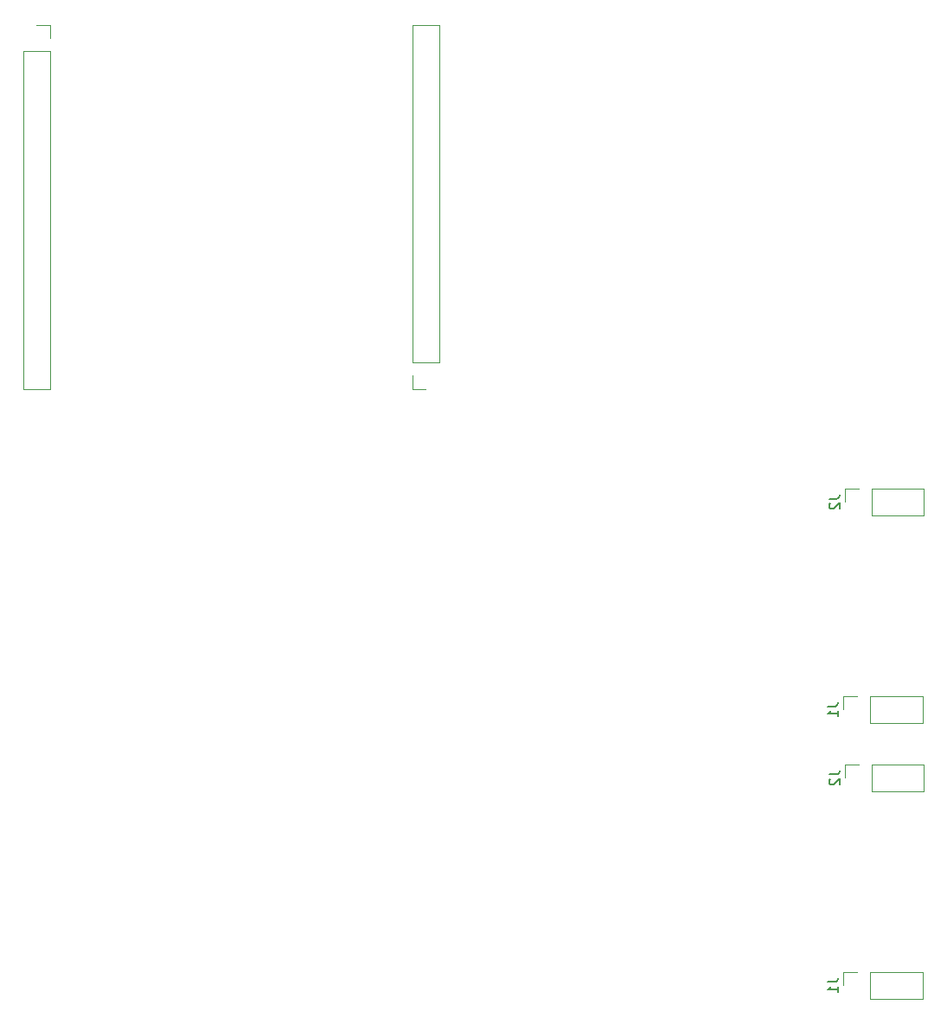
<source format=gbr>
%TF.GenerationSoftware,KiCad,Pcbnew,8.0.2*%
%TF.CreationDate,2024-05-05T14:46:41+02:00*%
%TF.ProjectId,Panelizacja,50616e65-6c69-47a6-9163-6a612e6b6963,rev?*%
%TF.SameCoordinates,Original*%
%TF.FileFunction,Legend,Bot*%
%TF.FilePolarity,Positive*%
%FSLAX46Y46*%
G04 Gerber Fmt 4.6, Leading zero omitted, Abs format (unit mm)*
G04 Created by KiCad (PCBNEW 8.0.2) date 2024-05-05 14:46:41*
%MOMM*%
%LPD*%
G01*
G04 APERTURE LIST*
%ADD10C,0.160000*%
%ADD11C,0.120000*%
G04 APERTURE END LIST*
D10*
X95531299Y-94986666D02*
X96245584Y-94986666D01*
X96245584Y-94986666D02*
X96388441Y-94939047D01*
X96388441Y-94939047D02*
X96483680Y-94843809D01*
X96483680Y-94843809D02*
X96531299Y-94700952D01*
X96531299Y-94700952D02*
X96531299Y-94605714D01*
X95626537Y-95415238D02*
X95578918Y-95462857D01*
X95578918Y-95462857D02*
X95531299Y-95558095D01*
X95531299Y-95558095D02*
X95531299Y-95796190D01*
X95531299Y-95796190D02*
X95578918Y-95891428D01*
X95578918Y-95891428D02*
X95626537Y-95939047D01*
X95626537Y-95939047D02*
X95721775Y-95986666D01*
X95721775Y-95986666D02*
X95817013Y-95986666D01*
X95817013Y-95986666D02*
X95959870Y-95939047D01*
X95959870Y-95939047D02*
X96531299Y-95367619D01*
X96531299Y-95367619D02*
X96531299Y-95986666D01*
X95404299Y-88306666D02*
X96118584Y-88306666D01*
X96118584Y-88306666D02*
X96261441Y-88259047D01*
X96261441Y-88259047D02*
X96356680Y-88163809D01*
X96356680Y-88163809D02*
X96404299Y-88020952D01*
X96404299Y-88020952D02*
X96404299Y-87925714D01*
X96404299Y-89306666D02*
X96404299Y-88735238D01*
X96404299Y-89020952D02*
X95404299Y-89020952D01*
X95404299Y-89020952D02*
X95547156Y-88925714D01*
X95547156Y-88925714D02*
X95642394Y-88830476D01*
X95642394Y-88830476D02*
X95690013Y-88735238D01*
X95404299Y-115306666D02*
X96118584Y-115306666D01*
X96118584Y-115306666D02*
X96261441Y-115259047D01*
X96261441Y-115259047D02*
X96356680Y-115163809D01*
X96356680Y-115163809D02*
X96404299Y-115020952D01*
X96404299Y-115020952D02*
X96404299Y-114925714D01*
X96404299Y-116306666D02*
X96404299Y-115735238D01*
X96404299Y-116020952D02*
X95404299Y-116020952D01*
X95404299Y-116020952D02*
X95547156Y-115925714D01*
X95547156Y-115925714D02*
X95642394Y-115830476D01*
X95642394Y-115830476D02*
X95690013Y-115735238D01*
X95531299Y-67986666D02*
X96245584Y-67986666D01*
X96245584Y-67986666D02*
X96388441Y-67939047D01*
X96388441Y-67939047D02*
X96483680Y-67843809D01*
X96483680Y-67843809D02*
X96531299Y-67700952D01*
X96531299Y-67700952D02*
X96531299Y-67605714D01*
X95626537Y-68415238D02*
X95578918Y-68462857D01*
X95578918Y-68462857D02*
X95531299Y-68558095D01*
X95531299Y-68558095D02*
X95531299Y-68796190D01*
X95531299Y-68796190D02*
X95578918Y-68891428D01*
X95578918Y-68891428D02*
X95626537Y-68939047D01*
X95626537Y-68939047D02*
X95721775Y-68986666D01*
X95721775Y-68986666D02*
X95817013Y-68986666D01*
X95817013Y-68986666D02*
X95959870Y-68939047D01*
X95959870Y-68939047D02*
X96531299Y-68367619D01*
X96531299Y-68367619D02*
X96531299Y-68986666D01*
D11*
%TO.C,J2*%
X97077000Y-93990000D02*
X97077000Y-95320000D01*
X98407000Y-93990000D02*
X97077000Y-93990000D01*
X99677000Y-93990000D02*
X99677000Y-96650000D01*
X99677000Y-93990000D02*
X104817000Y-93990000D01*
X99677000Y-96650000D02*
X104817000Y-96650000D01*
X104817000Y-93990000D02*
X104817000Y-96650000D01*
%TO.C,J1*%
X96950000Y-87310000D02*
X96950000Y-88640000D01*
X98280000Y-87310000D02*
X96950000Y-87310000D01*
X99550000Y-87310000D02*
X99550000Y-89970000D01*
X99550000Y-87310000D02*
X104690000Y-87310000D01*
X99550000Y-89970000D02*
X104690000Y-89970000D01*
X104690000Y-87310000D02*
X104690000Y-89970000D01*
X54730000Y-21590000D02*
X54730000Y-54670000D01*
X54730000Y-57270000D02*
X54730000Y-55940000D01*
X56060000Y-57270000D02*
X54730000Y-57270000D01*
X57390000Y-21590000D02*
X54730000Y-21590000D01*
X57390000Y-21590000D02*
X57390000Y-54670000D01*
X57390000Y-54670000D02*
X54730000Y-54670000D01*
X96950000Y-114310000D02*
X96950000Y-115640000D01*
X98280000Y-114310000D02*
X96950000Y-114310000D01*
X99550000Y-114310000D02*
X99550000Y-116970000D01*
X99550000Y-114310000D02*
X104690000Y-114310000D01*
X99550000Y-116970000D02*
X104690000Y-116970000D01*
X104690000Y-114310000D02*
X104690000Y-116970000D01*
%TO.C,J2*%
X97077000Y-66990000D02*
X97077000Y-68320000D01*
X98407000Y-66990000D02*
X97077000Y-66990000D01*
X99677000Y-66990000D02*
X99677000Y-69650000D01*
X99677000Y-66990000D02*
X104817000Y-66990000D01*
X99677000Y-69650000D02*
X104817000Y-69650000D01*
X104817000Y-66990000D02*
X104817000Y-69650000D01*
X16630000Y-24190000D02*
X19290000Y-24190000D01*
X16630000Y-57270000D02*
X16630000Y-24190000D01*
X16630000Y-57270000D02*
X19290000Y-57270000D01*
X17960000Y-21590000D02*
X19290000Y-21590000D01*
X19290000Y-21590000D02*
X19290000Y-22920000D01*
X19290000Y-57270000D02*
X19290000Y-24190000D01*
%TD*%
M02*

</source>
